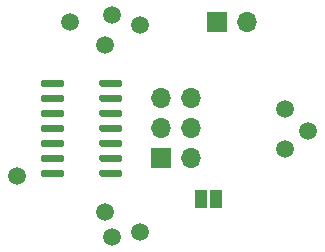
<source format=gbr>
%TF.GenerationSoftware,KiCad,Pcbnew,(5.1.9)-1*%
%TF.CreationDate,2021-09-26T19:09:17+02:00*%
%TF.ProjectId,SnowStar,536e6f77-5374-4617-922e-6b696361645f,rev?*%
%TF.SameCoordinates,Original*%
%TF.FileFunction,Soldermask,Bot*%
%TF.FilePolarity,Negative*%
%FSLAX46Y46*%
G04 Gerber Fmt 4.6, Leading zero omitted, Abs format (unit mm)*
G04 Created by KiCad (PCBNEW (5.1.9)-1) date 2021-09-26 19:09:17*
%MOMM*%
%LPD*%
G01*
G04 APERTURE LIST*
%ADD10R,1.700000X1.700000*%
%ADD11O,1.700000X1.700000*%
%ADD12R,1.000000X1.500000*%
%ADD13C,1.500000*%
G04 APERTURE END LIST*
D10*
%TO.C,J2*%
X134967140Y-105711120D03*
D11*
X137507140Y-105711120D03*
%TD*%
D10*
%TO.C,J1*%
X130227140Y-117211120D03*
D11*
X132767140Y-117211120D03*
X130227140Y-114671120D03*
X132767140Y-114671120D03*
X130227140Y-112131120D03*
X132767140Y-112131120D03*
%TD*%
D12*
%TO.C,JP1*%
X134867140Y-120711120D03*
X133567140Y-120711120D03*
%TD*%
D13*
%TO.C,R4*%
X128377140Y-123471120D03*
X125432654Y-121771120D03*
%TD*%
%TO.C,R5*%
X140657140Y-113041120D03*
X140657140Y-116441120D03*
%TD*%
%TO.C,R6*%
X125452654Y-107631120D03*
X128397140Y-105931120D03*
%TD*%
%TO.C,TP1*%
X126067140Y-123911120D03*
%TD*%
%TO.C,TP2*%
X142667140Y-114911120D03*
%TD*%
%TO.C,TP3*%
X126067140Y-105111120D03*
%TD*%
%TO.C,TP4*%
X122467140Y-105711120D03*
%TD*%
%TO.C,TP5*%
X117967140Y-118711120D03*
%TD*%
%TO.C,U1*%
G36*
G01*
X120017140Y-118671120D02*
X120017140Y-118371120D01*
G75*
G02*
X120167140Y-118221120I150000J0D01*
G01*
X121817140Y-118221120D01*
G75*
G02*
X121967140Y-118371120I0J-150000D01*
G01*
X121967140Y-118671120D01*
G75*
G02*
X121817140Y-118821120I-150000J0D01*
G01*
X120167140Y-118821120D01*
G75*
G02*
X120017140Y-118671120I0J150000D01*
G01*
G37*
G36*
G01*
X120017140Y-117401120D02*
X120017140Y-117101120D01*
G75*
G02*
X120167140Y-116951120I150000J0D01*
G01*
X121817140Y-116951120D01*
G75*
G02*
X121967140Y-117101120I0J-150000D01*
G01*
X121967140Y-117401120D01*
G75*
G02*
X121817140Y-117551120I-150000J0D01*
G01*
X120167140Y-117551120D01*
G75*
G02*
X120017140Y-117401120I0J150000D01*
G01*
G37*
G36*
G01*
X120017140Y-116131120D02*
X120017140Y-115831120D01*
G75*
G02*
X120167140Y-115681120I150000J0D01*
G01*
X121817140Y-115681120D01*
G75*
G02*
X121967140Y-115831120I0J-150000D01*
G01*
X121967140Y-116131120D01*
G75*
G02*
X121817140Y-116281120I-150000J0D01*
G01*
X120167140Y-116281120D01*
G75*
G02*
X120017140Y-116131120I0J150000D01*
G01*
G37*
G36*
G01*
X120017140Y-114861120D02*
X120017140Y-114561120D01*
G75*
G02*
X120167140Y-114411120I150000J0D01*
G01*
X121817140Y-114411120D01*
G75*
G02*
X121967140Y-114561120I0J-150000D01*
G01*
X121967140Y-114861120D01*
G75*
G02*
X121817140Y-115011120I-150000J0D01*
G01*
X120167140Y-115011120D01*
G75*
G02*
X120017140Y-114861120I0J150000D01*
G01*
G37*
G36*
G01*
X120017140Y-113591120D02*
X120017140Y-113291120D01*
G75*
G02*
X120167140Y-113141120I150000J0D01*
G01*
X121817140Y-113141120D01*
G75*
G02*
X121967140Y-113291120I0J-150000D01*
G01*
X121967140Y-113591120D01*
G75*
G02*
X121817140Y-113741120I-150000J0D01*
G01*
X120167140Y-113741120D01*
G75*
G02*
X120017140Y-113591120I0J150000D01*
G01*
G37*
G36*
G01*
X120017140Y-112321120D02*
X120017140Y-112021120D01*
G75*
G02*
X120167140Y-111871120I150000J0D01*
G01*
X121817140Y-111871120D01*
G75*
G02*
X121967140Y-112021120I0J-150000D01*
G01*
X121967140Y-112321120D01*
G75*
G02*
X121817140Y-112471120I-150000J0D01*
G01*
X120167140Y-112471120D01*
G75*
G02*
X120017140Y-112321120I0J150000D01*
G01*
G37*
G36*
G01*
X120017140Y-111051120D02*
X120017140Y-110751120D01*
G75*
G02*
X120167140Y-110601120I150000J0D01*
G01*
X121817140Y-110601120D01*
G75*
G02*
X121967140Y-110751120I0J-150000D01*
G01*
X121967140Y-111051120D01*
G75*
G02*
X121817140Y-111201120I-150000J0D01*
G01*
X120167140Y-111201120D01*
G75*
G02*
X120017140Y-111051120I0J150000D01*
G01*
G37*
G36*
G01*
X124967140Y-111051120D02*
X124967140Y-110751120D01*
G75*
G02*
X125117140Y-110601120I150000J0D01*
G01*
X126767140Y-110601120D01*
G75*
G02*
X126917140Y-110751120I0J-150000D01*
G01*
X126917140Y-111051120D01*
G75*
G02*
X126767140Y-111201120I-150000J0D01*
G01*
X125117140Y-111201120D01*
G75*
G02*
X124967140Y-111051120I0J150000D01*
G01*
G37*
G36*
G01*
X124967140Y-112321120D02*
X124967140Y-112021120D01*
G75*
G02*
X125117140Y-111871120I150000J0D01*
G01*
X126767140Y-111871120D01*
G75*
G02*
X126917140Y-112021120I0J-150000D01*
G01*
X126917140Y-112321120D01*
G75*
G02*
X126767140Y-112471120I-150000J0D01*
G01*
X125117140Y-112471120D01*
G75*
G02*
X124967140Y-112321120I0J150000D01*
G01*
G37*
G36*
G01*
X124967140Y-113591120D02*
X124967140Y-113291120D01*
G75*
G02*
X125117140Y-113141120I150000J0D01*
G01*
X126767140Y-113141120D01*
G75*
G02*
X126917140Y-113291120I0J-150000D01*
G01*
X126917140Y-113591120D01*
G75*
G02*
X126767140Y-113741120I-150000J0D01*
G01*
X125117140Y-113741120D01*
G75*
G02*
X124967140Y-113591120I0J150000D01*
G01*
G37*
G36*
G01*
X124967140Y-114861120D02*
X124967140Y-114561120D01*
G75*
G02*
X125117140Y-114411120I150000J0D01*
G01*
X126767140Y-114411120D01*
G75*
G02*
X126917140Y-114561120I0J-150000D01*
G01*
X126917140Y-114861120D01*
G75*
G02*
X126767140Y-115011120I-150000J0D01*
G01*
X125117140Y-115011120D01*
G75*
G02*
X124967140Y-114861120I0J150000D01*
G01*
G37*
G36*
G01*
X124967140Y-116131120D02*
X124967140Y-115831120D01*
G75*
G02*
X125117140Y-115681120I150000J0D01*
G01*
X126767140Y-115681120D01*
G75*
G02*
X126917140Y-115831120I0J-150000D01*
G01*
X126917140Y-116131120D01*
G75*
G02*
X126767140Y-116281120I-150000J0D01*
G01*
X125117140Y-116281120D01*
G75*
G02*
X124967140Y-116131120I0J150000D01*
G01*
G37*
G36*
G01*
X124967140Y-117401120D02*
X124967140Y-117101120D01*
G75*
G02*
X125117140Y-116951120I150000J0D01*
G01*
X126767140Y-116951120D01*
G75*
G02*
X126917140Y-117101120I0J-150000D01*
G01*
X126917140Y-117401120D01*
G75*
G02*
X126767140Y-117551120I-150000J0D01*
G01*
X125117140Y-117551120D01*
G75*
G02*
X124967140Y-117401120I0J150000D01*
G01*
G37*
G36*
G01*
X124967140Y-118671120D02*
X124967140Y-118371120D01*
G75*
G02*
X125117140Y-118221120I150000J0D01*
G01*
X126767140Y-118221120D01*
G75*
G02*
X126917140Y-118371120I0J-150000D01*
G01*
X126917140Y-118671120D01*
G75*
G02*
X126767140Y-118821120I-150000J0D01*
G01*
X125117140Y-118821120D01*
G75*
G02*
X124967140Y-118671120I0J150000D01*
G01*
G37*
%TD*%
M02*

</source>
